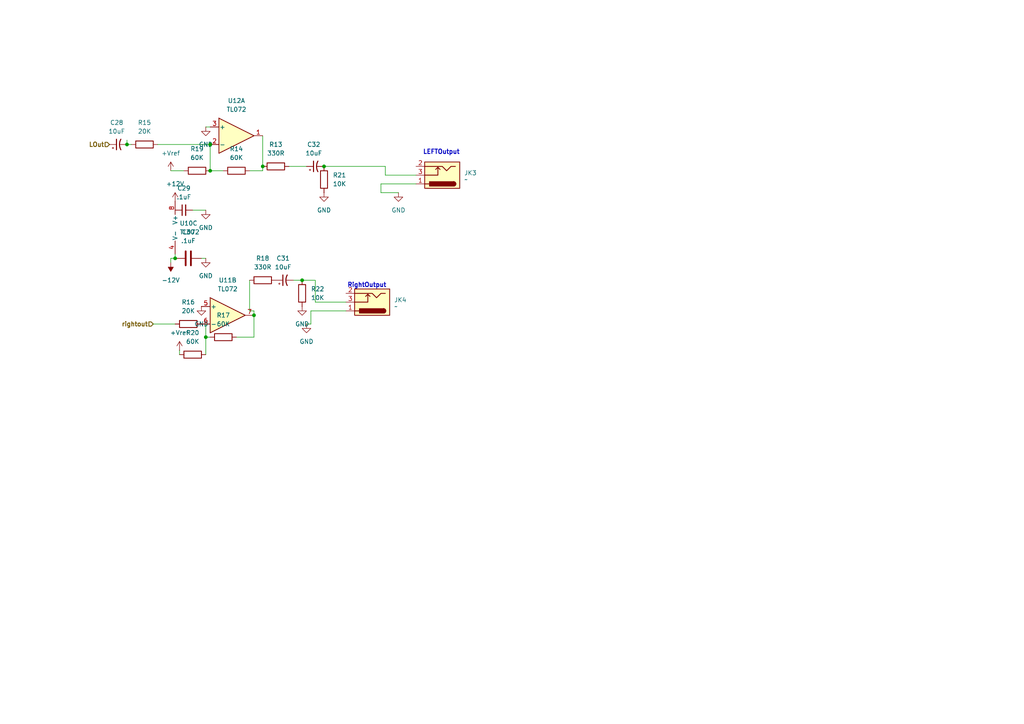
<source format=kicad_sch>
(kicad_sch
	(version 20231120)
	(generator "eeschema")
	(generator_version "8.0")
	(uuid "2c600d02-13f1-442f-8a11-7d7622f1ffe8")
	(paper "A4")
	(lib_symbols
		(symbol "Amplifier_Operational:TL072"
			(pin_names
				(offset 0.127)
			)
			(exclude_from_sim no)
			(in_bom yes)
			(on_board yes)
			(property "Reference" "U"
				(at 0 5.08 0)
				(effects
					(font
						(size 1.27 1.27)
					)
					(justify left)
				)
			)
			(property "Value" "TL072"
				(at 0 -5.08 0)
				(effects
					(font
						(size 1.27 1.27)
					)
					(justify left)
				)
			)
			(property "Footprint" ""
				(at 0 0 0)
				(effects
					(font
						(size 1.27 1.27)
					)
					(hide yes)
				)
			)
			(property "Datasheet" "http://www.ti.com/lit/ds/symlink/tl071.pdf"
				(at 0 0 0)
				(effects
					(font
						(size 1.27 1.27)
					)
					(hide yes)
				)
			)
			(property "Description" "Dual Low-Noise JFET-Input Operational Amplifiers, DIP-8/SOIC-8"
				(at 0 0 0)
				(effects
					(font
						(size 1.27 1.27)
					)
					(hide yes)
				)
			)
			(property "ki_locked" ""
				(at 0 0 0)
				(effects
					(font
						(size 1.27 1.27)
					)
				)
			)
			(property "ki_keywords" "dual opamp"
				(at 0 0 0)
				(effects
					(font
						(size 1.27 1.27)
					)
					(hide yes)
				)
			)
			(property "ki_fp_filters" "SOIC*3.9x4.9mm*P1.27mm* DIP*W7.62mm* TO*99* OnSemi*Micro8* TSSOP*3x3mm*P0.65mm* TSSOP*4.4x3mm*P0.65mm* MSOP*3x3mm*P0.65mm* SSOP*3.9x4.9mm*P0.635mm* LFCSP*2x2mm*P0.5mm* *SIP* SOIC*5.3x6.2mm*P1.27mm*"
				(at 0 0 0)
				(effects
					(font
						(size 1.27 1.27)
					)
					(hide yes)
				)
			)
			(symbol "TL072_1_1"
				(polyline
					(pts
						(xy -5.08 5.08) (xy 5.08 0) (xy -5.08 -5.08) (xy -5.08 5.08)
					)
					(stroke
						(width 0.254)
						(type default)
					)
					(fill
						(type background)
					)
				)
				(pin output line
					(at 7.62 0 180)
					(length 2.54)
					(name "~"
						(effects
							(font
								(size 1.27 1.27)
							)
						)
					)
					(number "1"
						(effects
							(font
								(size 1.27 1.27)
							)
						)
					)
				)
				(pin input line
					(at -7.62 -2.54 0)
					(length 2.54)
					(name "-"
						(effects
							(font
								(size 1.27 1.27)
							)
						)
					)
					(number "2"
						(effects
							(font
								(size 1.27 1.27)
							)
						)
					)
				)
				(pin input line
					(at -7.62 2.54 0)
					(length 2.54)
					(name "+"
						(effects
							(font
								(size 1.27 1.27)
							)
						)
					)
					(number "3"
						(effects
							(font
								(size 1.27 1.27)
							)
						)
					)
				)
			)
			(symbol "TL072_2_1"
				(polyline
					(pts
						(xy -5.08 5.08) (xy 5.08 0) (xy -5.08 -5.08) (xy -5.08 5.08)
					)
					(stroke
						(width 0.254)
						(type default)
					)
					(fill
						(type background)
					)
				)
				(pin input line
					(at -7.62 2.54 0)
					(length 2.54)
					(name "+"
						(effects
							(font
								(size 1.27 1.27)
							)
						)
					)
					(number "5"
						(effects
							(font
								(size 1.27 1.27)
							)
						)
					)
				)
				(pin input line
					(at -7.62 -2.54 0)
					(length 2.54)
					(name "-"
						(effects
							(font
								(size 1.27 1.27)
							)
						)
					)
					(number "6"
						(effects
							(font
								(size 1.27 1.27)
							)
						)
					)
				)
				(pin output line
					(at 7.62 0 180)
					(length 2.54)
					(name "~"
						(effects
							(font
								(size 1.27 1.27)
							)
						)
					)
					(number "7"
						(effects
							(font
								(size 1.27 1.27)
							)
						)
					)
				)
			)
			(symbol "TL072_3_1"
				(pin power_in line
					(at -2.54 -7.62 90)
					(length 3.81)
					(name "V-"
						(effects
							(font
								(size 1.27 1.27)
							)
						)
					)
					(number "4"
						(effects
							(font
								(size 1.27 1.27)
							)
						)
					)
				)
				(pin power_in line
					(at -2.54 7.62 270)
					(length 3.81)
					(name "V+"
						(effects
							(font
								(size 1.27 1.27)
							)
						)
					)
					(number "8"
						(effects
							(font
								(size 1.27 1.27)
							)
						)
					)
				)
			)
		)
		(symbol "Device:C"
			(pin_numbers hide)
			(pin_names
				(offset 0.254)
			)
			(exclude_from_sim no)
			(in_bom yes)
			(on_board yes)
			(property "Reference" "C"
				(at 0.635 2.54 0)
				(effects
					(font
						(size 1.27 1.27)
					)
					(justify left)
				)
			)
			(property "Value" "C"
				(at 0.635 -2.54 0)
				(effects
					(font
						(size 1.27 1.27)
					)
					(justify left)
				)
			)
			(property "Footprint" ""
				(at 0.9652 -3.81 0)
				(effects
					(font
						(size 1.27 1.27)
					)
					(hide yes)
				)
			)
			(property "Datasheet" "~"
				(at 0 0 0)
				(effects
					(font
						(size 1.27 1.27)
					)
					(hide yes)
				)
			)
			(property "Description" "Unpolarized capacitor"
				(at 0 0 0)
				(effects
					(font
						(size 1.27 1.27)
					)
					(hide yes)
				)
			)
			(property "ki_keywords" "cap capacitor"
				(at 0 0 0)
				(effects
					(font
						(size 1.27 1.27)
					)
					(hide yes)
				)
			)
			(property "ki_fp_filters" "C_*"
				(at 0 0 0)
				(effects
					(font
						(size 1.27 1.27)
					)
					(hide yes)
				)
			)
			(symbol "C_0_1"
				(polyline
					(pts
						(xy -2.032 -0.762) (xy 2.032 -0.762)
					)
					(stroke
						(width 0.508)
						(type default)
					)
					(fill
						(type none)
					)
				)
				(polyline
					(pts
						(xy -2.032 0.762) (xy 2.032 0.762)
					)
					(stroke
						(width 0.508)
						(type default)
					)
					(fill
						(type none)
					)
				)
			)
			(symbol "C_1_1"
				(pin passive line
					(at 0 3.81 270)
					(length 2.794)
					(name "~"
						(effects
							(font
								(size 1.27 1.27)
							)
						)
					)
					(number "1"
						(effects
							(font
								(size 1.27 1.27)
							)
						)
					)
				)
				(pin passive line
					(at 0 -3.81 90)
					(length 2.794)
					(name "~"
						(effects
							(font
								(size 1.27 1.27)
							)
						)
					)
					(number "2"
						(effects
							(font
								(size 1.27 1.27)
							)
						)
					)
				)
			)
		)
		(symbol "Device:C_Polarized_Small_US"
			(pin_numbers hide)
			(pin_names
				(offset 0.254) hide)
			(exclude_from_sim no)
			(in_bom yes)
			(on_board yes)
			(property "Reference" "C"
				(at 0.254 1.778 0)
				(effects
					(font
						(size 1.27 1.27)
					)
					(justify left)
				)
			)
			(property "Value" "C_Polarized_Small_US"
				(at 0.254 -2.032 0)
				(effects
					(font
						(size 1.27 1.27)
					)
					(justify left)
				)
			)
			(property "Footprint" ""
				(at 0 0 0)
				(effects
					(font
						(size 1.27 1.27)
					)
					(hide yes)
				)
			)
			(property "Datasheet" "~"
				(at 0 0 0)
				(effects
					(font
						(size 1.27 1.27)
					)
					(hide yes)
				)
			)
			(property "Description" "Polarized capacitor, small US symbol"
				(at 0 0 0)
				(effects
					(font
						(size 1.27 1.27)
					)
					(hide yes)
				)
			)
			(property "ki_keywords" "cap capacitor"
				(at 0 0 0)
				(effects
					(font
						(size 1.27 1.27)
					)
					(hide yes)
				)
			)
			(property "ki_fp_filters" "CP_*"
				(at 0 0 0)
				(effects
					(font
						(size 1.27 1.27)
					)
					(hide yes)
				)
			)
			(symbol "C_Polarized_Small_US_0_1"
				(polyline
					(pts
						(xy -1.524 0.508) (xy 1.524 0.508)
					)
					(stroke
						(width 0.3048)
						(type default)
					)
					(fill
						(type none)
					)
				)
				(polyline
					(pts
						(xy -1.27 1.524) (xy -0.762 1.524)
					)
					(stroke
						(width 0)
						(type default)
					)
					(fill
						(type none)
					)
				)
				(polyline
					(pts
						(xy -1.016 1.27) (xy -1.016 1.778)
					)
					(stroke
						(width 0)
						(type default)
					)
					(fill
						(type none)
					)
				)
				(arc
					(start 1.524 -0.762)
					(mid 0 -0.3734)
					(end -1.524 -0.762)
					(stroke
						(width 0.3048)
						(type default)
					)
					(fill
						(type none)
					)
				)
			)
			(symbol "C_Polarized_Small_US_1_1"
				(pin passive line
					(at 0 2.54 270)
					(length 2.032)
					(name "~"
						(effects
							(font
								(size 1.27 1.27)
							)
						)
					)
					(number "1"
						(effects
							(font
								(size 1.27 1.27)
							)
						)
					)
				)
				(pin passive line
					(at 0 -2.54 90)
					(length 2.032)
					(name "~"
						(effects
							(font
								(size 1.27 1.27)
							)
						)
					)
					(number "2"
						(effects
							(font
								(size 1.27 1.27)
							)
						)
					)
				)
			)
		)
		(symbol "Device:C_Small"
			(pin_numbers hide)
			(pin_names
				(offset 0.254) hide)
			(exclude_from_sim no)
			(in_bom yes)
			(on_board yes)
			(property "Reference" "C"
				(at 0.254 1.778 0)
				(effects
					(font
						(size 1.27 1.27)
					)
					(justify left)
				)
			)
			(property "Value" "C_Small"
				(at 0.254 -2.032 0)
				(effects
					(font
						(size 1.27 1.27)
					)
					(justify left)
				)
			)
			(property "Footprint" ""
				(at 0 0 0)
				(effects
					(font
						(size 1.27 1.27)
					)
					(hide yes)
				)
			)
			(property "Datasheet" "~"
				(at 0 0 0)
				(effects
					(font
						(size 1.27 1.27)
					)
					(hide yes)
				)
			)
			(property "Description" "Unpolarized capacitor, small symbol"
				(at 0 0 0)
				(effects
					(font
						(size 1.27 1.27)
					)
					(hide yes)
				)
			)
			(property "ki_keywords" "capacitor cap"
				(at 0 0 0)
				(effects
					(font
						(size 1.27 1.27)
					)
					(hide yes)
				)
			)
			(property "ki_fp_filters" "C_*"
				(at 0 0 0)
				(effects
					(font
						(size 1.27 1.27)
					)
					(hide yes)
				)
			)
			(symbol "C_Small_0_1"
				(polyline
					(pts
						(xy -1.524 -0.508) (xy 1.524 -0.508)
					)
					(stroke
						(width 0.3302)
						(type default)
					)
					(fill
						(type none)
					)
				)
				(polyline
					(pts
						(xy -1.524 0.508) (xy 1.524 0.508)
					)
					(stroke
						(width 0.3048)
						(type default)
					)
					(fill
						(type none)
					)
				)
			)
			(symbol "C_Small_1_1"
				(pin passive line
					(at 0 2.54 270)
					(length 2.032)
					(name "~"
						(effects
							(font
								(size 1.27 1.27)
							)
						)
					)
					(number "1"
						(effects
							(font
								(size 1.27 1.27)
							)
						)
					)
				)
				(pin passive line
					(at 0 -2.54 90)
					(length 2.032)
					(name "~"
						(effects
							(font
								(size 1.27 1.27)
							)
						)
					)
					(number "2"
						(effects
							(font
								(size 1.27 1.27)
							)
						)
					)
				)
			)
		)
		(symbol "Device:R"
			(pin_numbers hide)
			(pin_names
				(offset 0)
			)
			(exclude_from_sim no)
			(in_bom yes)
			(on_board yes)
			(property "Reference" "R"
				(at 2.032 0 90)
				(effects
					(font
						(size 1.27 1.27)
					)
				)
			)
			(property "Value" "R"
				(at 0 0 90)
				(effects
					(font
						(size 1.27 1.27)
					)
				)
			)
			(property "Footprint" ""
				(at -1.778 0 90)
				(effects
					(font
						(size 1.27 1.27)
					)
					(hide yes)
				)
			)
			(property "Datasheet" "~"
				(at 0 0 0)
				(effects
					(font
						(size 1.27 1.27)
					)
					(hide yes)
				)
			)
			(property "Description" "Resistor"
				(at 0 0 0)
				(effects
					(font
						(size 1.27 1.27)
					)
					(hide yes)
				)
			)
			(property "ki_keywords" "R res resistor"
				(at 0 0 0)
				(effects
					(font
						(size 1.27 1.27)
					)
					(hide yes)
				)
			)
			(property "ki_fp_filters" "R_*"
				(at 0 0 0)
				(effects
					(font
						(size 1.27 1.27)
					)
					(hide yes)
				)
			)
			(symbol "R_0_1"
				(rectangle
					(start -1.016 -2.54)
					(end 1.016 2.54)
					(stroke
						(width 0.254)
						(type default)
					)
					(fill
						(type none)
					)
				)
			)
			(symbol "R_1_1"
				(pin passive line
					(at 0 3.81 270)
					(length 1.27)
					(name "~"
						(effects
							(font
								(size 1.27 1.27)
							)
						)
					)
					(number "1"
						(effects
							(font
								(size 1.27 1.27)
							)
						)
					)
				)
				(pin passive line
					(at 0 -3.81 90)
					(length 1.27)
					(name "~"
						(effects
							(font
								(size 1.27 1.27)
							)
						)
					)
					(number "2"
						(effects
							(font
								(size 1.27 1.27)
							)
						)
					)
				)
			)
		)
		(symbol "esp32lib:LJE0352"
			(exclude_from_sim no)
			(in_bom yes)
			(on_board yes)
			(property "Reference" "JK"
				(at 0 0 0)
				(effects
					(font
						(size 1.27 1.27)
					)
				)
			)
			(property "Value" ""
				(at 0 0 0)
				(effects
					(font
						(size 1.27 1.27)
					)
				)
			)
			(property "Footprint" "customfootprints:LJE0352"
				(at 0 0 0)
				(effects
					(font
						(size 1.27 1.27)
					)
					(hide yes)
				)
			)
			(property "Datasheet" ""
				(at 0 0 0)
				(effects
					(font
						(size 1.27 1.27)
					)
					(hide yes)
				)
			)
			(property "Description" ""
				(at 0 0 0)
				(effects
					(font
						(size 1.27 1.27)
					)
					(hide yes)
				)
			)
			(symbol "LJE0352_0_1"
				(rectangle
					(start -12.7 6.35)
					(end -2.54 -1.27)
					(stroke
						(width 0.254)
						(type default)
					)
					(fill
						(type background)
					)
				)
				(arc
					(start -10.922 5.715)
					(mid -11.5543 5.08)
					(end -10.922 4.445)
					(stroke
						(width 0.254)
						(type default)
					)
					(fill
						(type none)
					)
				)
				(arc
					(start -10.922 5.715)
					(mid -11.5543 5.08)
					(end -10.922 4.445)
					(stroke
						(width 0.254)
						(type default)
					)
					(fill
						(type outline)
					)
				)
				(rectangle
					(start -3.937 5.715)
					(end -10.922 4.445)
					(stroke
						(width 0.254)
						(type default)
					)
					(fill
						(type outline)
					)
				)
				(polyline
					(pts
						(xy -6.35 0.254) (xy -5.715 0.889)
					)
					(stroke
						(width 0.254)
						(type default)
					)
					(fill
						(type none)
					)
				)
				(polyline
					(pts
						(xy -2.54 5.08) (xy -3.81 5.08)
					)
					(stroke
						(width 0.254)
						(type default)
					)
					(fill
						(type none)
					)
				)
				(polyline
					(pts
						(xy -2.54 2.54) (xy -6.35 2.54) (xy -6.35 0.254) (xy -6.985 0.889)
					)
					(stroke
						(width 0.254)
						(type default)
					)
					(fill
						(type none)
					)
				)
				(polyline
					(pts
						(xy -11.43 0) (xy -10.16 0) (xy -8.89 1.27) (xy -7.62 0) (xy -5.08 0) (xy -2.54 0)
					)
					(stroke
						(width 0.254)
						(type default)
					)
					(fill
						(type none)
					)
				)
			)
			(symbol "LJE0352_1_1"
				(pin passive line
					(at 0 5.08 180)
					(length 2.54)
					(name "~"
						(effects
							(font
								(size 1.27 1.27)
							)
						)
					)
					(number "1"
						(effects
							(font
								(size 1.27 1.27)
							)
						)
					)
				)
				(pin passive line
					(at 0 0 180)
					(length 2.54)
					(name "~"
						(effects
							(font
								(size 1.27 1.27)
							)
						)
					)
					(number "2"
						(effects
							(font
								(size 1.27 1.27)
							)
						)
					)
				)
				(pin passive line
					(at 0 2.54 180)
					(length 2.54)
					(name "~"
						(effects
							(font
								(size 1.27 1.27)
							)
						)
					)
					(number "3"
						(effects
							(font
								(size 1.27 1.27)
							)
						)
					)
				)
			)
		)
		(symbol "power:+10V"
			(power)
			(pin_numbers hide)
			(pin_names
				(offset 0) hide)
			(exclude_from_sim no)
			(in_bom yes)
			(on_board yes)
			(property "Reference" "#PWR"
				(at 0 -3.81 0)
				(effects
					(font
						(size 1.27 1.27)
					)
					(hide yes)
				)
			)
			(property "Value" "+10V"
				(at 0 3.556 0)
				(effects
					(font
						(size 1.27 1.27)
					)
				)
			)
			(property "Footprint" ""
				(at 0 0 0)
				(effects
					(font
						(size 1.27 1.27)
					)
					(hide yes)
				)
			)
			(property "Datasheet" ""
				(at 0 0 0)
				(effects
					(font
						(size 1.27 1.27)
					)
					(hide yes)
				)
			)
			(property "Description" "Power symbol creates a global label with name \"+10V\""
				(at 0 0 0)
				(effects
					(font
						(size 1.27 1.27)
					)
					(hide yes)
				)
			)
			(property "ki_keywords" "global power"
				(at 0 0 0)
				(effects
					(font
						(size 1.27 1.27)
					)
					(hide yes)
				)
			)
			(symbol "+10V_0_1"
				(polyline
					(pts
						(xy -0.762 1.27) (xy 0 2.54)
					)
					(stroke
						(width 0)
						(type default)
					)
					(fill
						(type none)
					)
				)
				(polyline
					(pts
						(xy 0 0) (xy 0 2.54)
					)
					(stroke
						(width 0)
						(type default)
					)
					(fill
						(type none)
					)
				)
				(polyline
					(pts
						(xy 0 2.54) (xy 0.762 1.27)
					)
					(stroke
						(width 0)
						(type default)
					)
					(fill
						(type none)
					)
				)
			)
			(symbol "+10V_1_1"
				(pin power_in line
					(at 0 0 90)
					(length 0)
					(name "~"
						(effects
							(font
								(size 1.27 1.27)
							)
						)
					)
					(number "1"
						(effects
							(font
								(size 1.27 1.27)
							)
						)
					)
				)
			)
		)
		(symbol "power:+12V"
			(power)
			(pin_numbers hide)
			(pin_names
				(offset 0) hide)
			(exclude_from_sim no)
			(in_bom yes)
			(on_board yes)
			(property "Reference" "#PWR"
				(at 0 -3.81 0)
				(effects
					(font
						(size 1.27 1.27)
					)
					(hide yes)
				)
			)
			(property "Value" "+12V"
				(at 0 3.556 0)
				(effects
					(font
						(size 1.27 1.27)
					)
				)
			)
			(property "Footprint" ""
				(at 0 0 0)
				(effects
					(font
						(size 1.27 1.27)
					)
					(hide yes)
				)
			)
			(property "Datasheet" ""
				(at 0 0 0)
				(effects
					(font
						(size 1.27 1.27)
					)
					(hide yes)
				)
			)
			(property "Description" "Power symbol creates a global label with name \"+12V\""
				(at 0 0 0)
				(effects
					(font
						(size 1.27 1.27)
					)
					(hide yes)
				)
			)
			(property "ki_keywords" "global power"
				(at 0 0 0)
				(effects
					(font
						(size 1.27 1.27)
					)
					(hide yes)
				)
			)
			(symbol "+12V_0_1"
				(polyline
					(pts
						(xy -0.762 1.27) (xy 0 2.54)
					)
					(stroke
						(width 0)
						(type default)
					)
					(fill
						(type none)
					)
				)
				(polyline
					(pts
						(xy 0 0) (xy 0 2.54)
					)
					(stroke
						(width 0)
						(type default)
					)
					(fill
						(type none)
					)
				)
				(polyline
					(pts
						(xy 0 2.54) (xy 0.762 1.27)
					)
					(stroke
						(width 0)
						(type default)
					)
					(fill
						(type none)
					)
				)
			)
			(symbol "+12V_1_1"
				(pin power_in line
					(at 0 0 90)
					(length 0)
					(name "~"
						(effects
							(font
								(size 1.27 1.27)
							)
						)
					)
					(number "1"
						(effects
							(font
								(size 1.27 1.27)
							)
						)
					)
				)
			)
		)
		(symbol "power:-12V"
			(power)
			(pin_numbers hide)
			(pin_names
				(offset 0) hide)
			(exclude_from_sim no)
			(in_bom yes)
			(on_board yes)
			(property "Reference" "#PWR"
				(at 0 -3.81 0)
				(effects
					(font
						(size 1.27 1.27)
					)
					(hide yes)
				)
			)
			(property "Value" "-12V"
				(at 0 3.556 0)
				(effects
					(font
						(size 1.27 1.27)
					)
				)
			)
			(property "Footprint" ""
				(at 0 0 0)
				(effects
					(font
						(size 1.27 1.27)
					)
					(hide yes)
				)
			)
			(property "Datasheet" ""
				(at 0 0 0)
				(effects
					(font
						(size 1.27 1.27)
					)
					(hide yes)
				)
			)
			(property "Description" "Power symbol creates a global label with name \"-12V\""
				(at 0 0 0)
				(effects
					(font
						(size 1.27 1.27)
					)
					(hide yes)
				)
			)
			(property "ki_keywords" "global power"
				(at 0 0 0)
				(effects
					(font
						(size 1.27 1.27)
					)
					(hide yes)
				)
			)
			(symbol "-12V_0_0"
				(pin power_in line
					(at 0 0 90)
					(length 0)
					(name "~"
						(effects
							(font
								(size 1.27 1.27)
							)
						)
					)
					(number "1"
						(effects
							(font
								(size 1.27 1.27)
							)
						)
					)
				)
			)
			(symbol "-12V_0_1"
				(polyline
					(pts
						(xy 0 0) (xy 0 1.27) (xy 0.762 1.27) (xy 0 2.54) (xy -0.762 1.27) (xy 0 1.27)
					)
					(stroke
						(width 0)
						(type default)
					)
					(fill
						(type outline)
					)
				)
			)
		)
		(symbol "power:GND"
			(power)
			(pin_numbers hide)
			(pin_names
				(offset 0) hide)
			(exclude_from_sim no)
			(in_bom yes)
			(on_board yes)
			(property "Reference" "#PWR"
				(at 0 -6.35 0)
				(effects
					(font
						(size 1.27 1.27)
					)
					(hide yes)
				)
			)
			(property "Value" "GND"
				(at 0 -3.81 0)
				(effects
					(font
						(size 1.27 1.27)
					)
				)
			)
			(property "Footprint" ""
				(at 0 0 0)
				(effects
					(font
						(size 1.27 1.27)
					)
					(hide yes)
				)
			)
			(property "Datasheet" ""
				(at 0 0 0)
				(effects
					(font
						(size 1.27 1.27)
					)
					(hide yes)
				)
			)
			(property "Description" "Power symbol creates a global label with name \"GND\" , ground"
				(at 0 0 0)
				(effects
					(font
						(size 1.27 1.27)
					)
					(hide yes)
				)
			)
			(property "ki_keywords" "global power"
				(at 0 0 0)
				(effects
					(font
						(size 1.27 1.27)
					)
					(hide yes)
				)
			)
			(symbol "GND_0_1"
				(polyline
					(pts
						(xy 0 0) (xy 0 -1.27) (xy 1.27 -1.27) (xy 0 -2.54) (xy -1.27 -1.27) (xy 0 -1.27)
					)
					(stroke
						(width 0)
						(type default)
					)
					(fill
						(type none)
					)
				)
			)
			(symbol "GND_1_1"
				(pin power_in line
					(at 0 0 270)
					(length 0)
					(name "~"
						(effects
							(font
								(size 1.27 1.27)
							)
						)
					)
					(number "1"
						(effects
							(font
								(size 1.27 1.27)
							)
						)
					)
				)
			)
		)
	)
	(junction
		(at 73.66 91.44)
		(diameter 0)
		(color 0 0 0 0)
		(uuid "19359a2a-ebbf-4fc5-b723-9bcb27c1d2d2")
	)
	(junction
		(at 93.98 48.26)
		(diameter 0)
		(color 0 0 0 0)
		(uuid "23dbe3ca-41f0-4ba4-bf96-1084ffd126e7")
	)
	(junction
		(at 87.63 81.28)
		(diameter 0)
		(color 0 0 0 0)
		(uuid "23dcdb3e-1e65-4e7d-8cc4-ceed25c68875")
	)
	(junction
		(at 76.2 48.26)
		(diameter 0)
		(color 0 0 0 0)
		(uuid "5c59d4ac-af0b-4a27-b3bb-422a0acb50b1")
	)
	(junction
		(at 36.83 41.91)
		(diameter 0)
		(color 0 0 0 0)
		(uuid "641bc128-018b-4952-9a61-f5497d8f445b")
	)
	(junction
		(at 59.69 97.79)
		(diameter 0)
		(color 0 0 0 0)
		(uuid "7db13769-5f32-42fc-894c-50a6c8f20469")
	)
	(junction
		(at 60.96 41.91)
		(diameter 0)
		(color 0 0 0 0)
		(uuid "9455f957-3fde-4f80-ab9c-f20867b7aa9c")
	)
	(junction
		(at 50.8 74.93)
		(diameter 0)
		(color 0 0 0 0)
		(uuid "ab006961-2c53-40e0-bd49-fda831d73013")
	)
	(junction
		(at 60.96 49.53)
		(diameter 0)
		(color 0 0 0 0)
		(uuid "dc9e2eb0-5428-482c-8132-68df5b5b865e")
	)
	(wire
		(pts
			(xy 64.77 49.53) (xy 60.96 49.53)
		)
		(stroke
			(width 0)
			(type default)
		)
		(uuid "00ac23b1-efc3-45e3-beb8-7757df447fa1")
	)
	(wire
		(pts
			(xy 76.2 39.37) (xy 76.2 48.26)
		)
		(stroke
			(width 0)
			(type default)
		)
		(uuid "0759b6d8-67ea-455d-9f41-f9172b49deb3")
	)
	(wire
		(pts
			(xy 120.65 50.8) (xy 111.76 50.8)
		)
		(stroke
			(width 0)
			(type default)
		)
		(uuid "07b330fc-3757-4e64-8391-f4840b65e0bb")
	)
	(wire
		(pts
			(xy 60.96 97.79) (xy 59.69 97.79)
		)
		(stroke
			(width 0)
			(type default)
		)
		(uuid "1ff5054a-9b71-4705-85e1-add51d6c18ac")
	)
	(wire
		(pts
			(xy 49.53 76.2) (xy 49.53 74.93)
		)
		(stroke
			(width 0)
			(type default)
		)
		(uuid "203e6a3a-b717-4274-8481-ef8848e4194f")
	)
	(wire
		(pts
			(xy 90.17 90.17) (xy 100.33 90.17)
		)
		(stroke
			(width 0)
			(type default)
		)
		(uuid "300e3853-a0e6-47bd-88ab-7c1106310d97")
	)
	(wire
		(pts
			(xy 91.44 81.28) (xy 87.63 81.28)
		)
		(stroke
			(width 0)
			(type default)
		)
		(uuid "328f2eeb-bcc7-467a-9c6f-1cf6ce7658a0")
	)
	(wire
		(pts
			(xy 49.53 74.93) (xy 50.8 74.93)
		)
		(stroke
			(width 0)
			(type default)
		)
		(uuid "3341a449-bfea-4b94-9e4e-658ff8d82985")
	)
	(wire
		(pts
			(xy 52.07 102.87) (xy 52.07 101.6)
		)
		(stroke
			(width 0)
			(type default)
		)
		(uuid "398d0400-03f7-4bbb-b1ee-8673f77e9120")
	)
	(wire
		(pts
			(xy 100.33 87.63) (xy 91.44 87.63)
		)
		(stroke
			(width 0)
			(type default)
		)
		(uuid "4154a1eb-dcef-4695-889e-781d7db8859a")
	)
	(wire
		(pts
			(xy 44.45 93.98) (xy 50.8 93.98)
		)
		(stroke
			(width 0)
			(type default)
		)
		(uuid "4424d62d-2790-4c1d-9988-e36a10e0939c")
	)
	(wire
		(pts
			(xy 72.39 49.53) (xy 76.2 49.53)
		)
		(stroke
			(width 0)
			(type default)
		)
		(uuid "44666225-3d43-4e0a-b868-24ff83e06b30")
	)
	(wire
		(pts
			(xy 90.17 93.98) (xy 88.9 93.98)
		)
		(stroke
			(width 0)
			(type default)
		)
		(uuid "4c73ddd5-4142-4137-9009-f38a0315aedf")
	)
	(wire
		(pts
			(xy 68.58 97.79) (xy 73.66 97.79)
		)
		(stroke
			(width 0)
			(type default)
		)
		(uuid "57083b77-5bc5-4926-9639-25abf2a15587")
	)
	(wire
		(pts
			(xy 45.72 41.91) (xy 60.96 41.91)
		)
		(stroke
			(width 0)
			(type default)
		)
		(uuid "5f7abbc2-e74c-4db9-8905-58496fd6cc4b")
	)
	(wire
		(pts
			(xy 76.2 48.26) (xy 76.2 49.53)
		)
		(stroke
			(width 0)
			(type default)
		)
		(uuid "6027a13c-79f9-40d1-b006-d258081690d6")
	)
	(wire
		(pts
			(xy 72.39 81.28) (xy 72.39 90.17)
		)
		(stroke
			(width 0)
			(type default)
		)
		(uuid "6200c9e6-efeb-4807-944b-24f87a1bf868")
	)
	(wire
		(pts
			(xy 88.9 48.26) (xy 83.82 48.26)
		)
		(stroke
			(width 0)
			(type default)
		)
		(uuid "64b5aa60-2444-4181-81f1-f8ae4024fd16")
	)
	(wire
		(pts
			(xy 59.69 74.93) (xy 58.42 74.93)
		)
		(stroke
			(width 0)
			(type default)
		)
		(uuid "6b130206-8aca-4652-a823-ebb1369a39b6")
	)
	(wire
		(pts
			(xy 110.49 53.34) (xy 120.65 53.34)
		)
		(stroke
			(width 0)
			(type default)
		)
		(uuid "7edd90a5-bd38-433a-8978-e3f23c8dfe20")
	)
	(wire
		(pts
			(xy 73.66 91.44) (xy 73.66 97.79)
		)
		(stroke
			(width 0)
			(type default)
		)
		(uuid "81a16cf1-ddf0-496e-8ea4-d71a2dc2f5ba")
	)
	(wire
		(pts
			(xy 110.49 55.88) (xy 115.57 55.88)
		)
		(stroke
			(width 0)
			(type default)
		)
		(uuid "86b61403-3b14-4fab-8785-7043ea78b411")
	)
	(wire
		(pts
			(xy 90.17 90.17) (xy 90.17 93.98)
		)
		(stroke
			(width 0)
			(type default)
		)
		(uuid "895d4cc5-42a9-47cf-92cf-1de1c5c294d8")
	)
	(wire
		(pts
			(xy 111.76 48.26) (xy 93.98 48.26)
		)
		(stroke
			(width 0)
			(type default)
		)
		(uuid "8b7182c7-ce16-48e7-ace8-3c9e170bbc92")
	)
	(wire
		(pts
			(xy 87.63 81.28) (xy 85.09 81.28)
		)
		(stroke
			(width 0)
			(type default)
		)
		(uuid "8e72aff7-9002-434c-bfe6-cfed344336d6")
	)
	(wire
		(pts
			(xy 59.69 60.96) (xy 55.88 60.96)
		)
		(stroke
			(width 0)
			(type default)
		)
		(uuid "9960d92c-3d4a-4db4-8da1-f6df9a323c42")
	)
	(wire
		(pts
			(xy 59.69 93.98) (xy 59.69 97.79)
		)
		(stroke
			(width 0)
			(type default)
		)
		(uuid "9be60f39-b056-4e80-8ef1-69bf1d19f3e3")
	)
	(wire
		(pts
			(xy 50.8 74.93) (xy 50.8 73.66)
		)
		(stroke
			(width 0)
			(type default)
		)
		(uuid "aa489176-fe69-4531-ae01-93a6cf27c45d")
	)
	(wire
		(pts
			(xy 36.83 41.91) (xy 38.1 41.91)
		)
		(stroke
			(width 0)
			(type default)
		)
		(uuid "bec6501c-bf38-4b16-b624-6caf5725d27e")
	)
	(wire
		(pts
			(xy 49.53 49.53) (xy 53.34 49.53)
		)
		(stroke
			(width 0)
			(type default)
		)
		(uuid "bfa4f793-58be-4268-8d6c-655151325872")
	)
	(wire
		(pts
			(xy 59.69 36.83) (xy 60.96 36.83)
		)
		(stroke
			(width 0)
			(type default)
		)
		(uuid "cde36a9a-522b-4cbe-89a2-dcd465019a64")
	)
	(wire
		(pts
			(xy 59.69 97.79) (xy 59.69 102.87)
		)
		(stroke
			(width 0)
			(type default)
		)
		(uuid "d04723ec-e2bc-47dc-a88d-ae4fcd0df48b")
	)
	(wire
		(pts
			(xy 91.44 81.28) (xy 91.44 87.63)
		)
		(stroke
			(width 0)
			(type default)
		)
		(uuid "d106950e-369e-43d5-9b84-74adac262add")
	)
	(wire
		(pts
			(xy 60.96 49.53) (xy 60.96 41.91)
		)
		(stroke
			(width 0)
			(type default)
		)
		(uuid "d243e4f6-f3ba-4dc7-96b0-23ff286f166b")
	)
	(wire
		(pts
			(xy 72.39 90.17) (xy 73.66 90.17)
		)
		(stroke
			(width 0)
			(type default)
		)
		(uuid "da8ffba2-1f7f-4cd1-bb8c-d883ec34a16c")
	)
	(wire
		(pts
			(xy 73.66 90.17) (xy 73.66 91.44)
		)
		(stroke
			(width 0)
			(type default)
		)
		(uuid "e0050eb5-9b3f-42e4-97a2-06d7b8985b91")
	)
	(wire
		(pts
			(xy 111.76 50.8) (xy 111.76 48.26)
		)
		(stroke
			(width 0)
			(type default)
		)
		(uuid "e74f1907-9a13-44e4-afb8-bf4bb52343b5")
	)
	(wire
		(pts
			(xy 110.49 55.88) (xy 110.49 53.34)
		)
		(stroke
			(width 0)
			(type default)
		)
		(uuid "eb7a0780-4b54-4e99-a29c-77147e7686bb")
	)
	(wire
		(pts
			(xy 36.83 41.91) (xy 36.83 40.64)
		)
		(stroke
			(width 0)
			(type default)
		)
		(uuid "fb465640-b96b-4804-af46-a55e2cf73a9a")
	)
	(text "LEFTOutput"
		(exclude_from_sim no)
		(at 128.016 44.196 0)
		(effects
			(font
				(size 1.27 1.27)
				(thickness 0.254)
				(bold yes)
			)
		)
		(uuid "5a11f92c-efc3-4938-bb57-40971c485e88")
	)
	(text "RightOutput\n"
		(exclude_from_sim no)
		(at 106.426 82.804 0)
		(effects
			(font
				(size 1.27 1.27)
				(thickness 0.254)
				(bold yes)
			)
		)
		(uuid "f8e4f527-cd01-42fe-9af7-31ddf591d0df")
	)
	(hierarchical_label "rightout"
		(shape input)
		(at 44.45 93.98 180)
		(effects
			(font
				(size 1.27 1.27)
				(thickness 0.254)
				(bold yes)
			)
			(justify right)
		)
		(uuid "35bfc47a-3a60-4f07-bdc1-0607454e95aa")
	)
	(hierarchical_label "LOut"
		(shape input)
		(at 31.75 41.91 180)
		(effects
			(font
				(size 1.27 1.27)
				(thickness 0.254)
				(bold yes)
			)
			(justify right)
		)
		(uuid "fbf5759c-af39-4808-808e-fc9efeb1aa3b")
	)
	(symbol
		(lib_id "Device:C_Polarized_Small_US")
		(at 34.29 41.91 90)
		(unit 1)
		(exclude_from_sim no)
		(in_bom yes)
		(on_board yes)
		(dnp no)
		(fields_autoplaced yes)
		(uuid "2d8a20fc-635a-4438-9d91-d1d44a696f4c")
		(property "Reference" "C28"
			(at 33.8582 35.56 90)
			(effects
				(font
					(size 1.27 1.27)
				)
			)
		)
		(property "Value" "10uF"
			(at 33.8582 38.1 90)
			(effects
				(font
					(size 1.27 1.27)
				)
			)
		)
		(property "Footprint" "Capacitor_SMD:CP_Elec_3x5.3"
			(at 34.29 41.91 0)
			(effects
				(font
					(size 1.27 1.27)
				)
				(hide yes)
			)
		)
		(property "Datasheet" "~"
			(at 34.29 41.91 0)
			(effects
				(font
					(size 1.27 1.27)
				)
				(hide yes)
			)
		)
		(property "Description" "Polarized capacitor, small US symbol"
			(at 34.29 41.91 0)
			(effects
				(font
					(size 1.27 1.27)
				)
				(hide yes)
			)
		)
		(pin "2"
			(uuid "83ad9d91-9d41-4f34-8e76-e54e31aa59ba")
		)
		(pin "1"
			(uuid "c179379c-0f5d-4c07-8bbc-6879d87b76cc")
		)
		(instances
			(project ""
				(path "/c4754426-a41b-4341-9d09-2e389619f3d6/32d637b3-b81c-4082-b7fa-739e0cc157fd/6bb6bc09-ace8-4731-969a-a17c7056fbc0"
					(reference "C28")
					(unit 1)
				)
			)
		)
	)
	(symbol
		(lib_id "Device:R")
		(at 57.15 49.53 90)
		(unit 1)
		(exclude_from_sim no)
		(in_bom yes)
		(on_board yes)
		(dnp no)
		(fields_autoplaced yes)
		(uuid "2f1d2e31-0bba-44fb-a255-253691117fbb")
		(property "Reference" "R19"
			(at 57.15 43.18 90)
			(effects
				(font
					(size 1.27 1.27)
				)
			)
		)
		(property "Value" "60K"
			(at 57.15 45.72 90)
			(effects
				(font
					(size 1.27 1.27)
				)
			)
		)
		(property "Footprint" ""
			(at 57.15 51.308 90)
			(effects
				(font
					(size 1.27 1.27)
				)
				(hide yes)
			)
		)
		(property "Datasheet" "~"
			(at 57.15 49.53 0)
			(effects
				(font
					(size 1.27 1.27)
				)
				(hide yes)
			)
		)
		(property "Description" "Resistor"
			(at 57.15 49.53 0)
			(effects
				(font
					(size 1.27 1.27)
				)
				(hide yes)
			)
		)
		(pin "1"
			(uuid "0f19fe42-7af0-4668-9936-1e2686ba1425")
		)
		(pin "2"
			(uuid "37c5caed-74e8-4fcf-8dfd-45885193fde9")
		)
		(instances
			(project "esp32"
				(path "/c4754426-a41b-4341-9d09-2e389619f3d6/32d637b3-b81c-4082-b7fa-739e0cc157fd/6bb6bc09-ace8-4731-969a-a17c7056fbc0"
					(reference "R19")
					(unit 1)
				)
			)
		)
	)
	(symbol
		(lib_id "Device:R")
		(at 80.01 48.26 90)
		(unit 1)
		(exclude_from_sim no)
		(in_bom yes)
		(on_board yes)
		(dnp no)
		(fields_autoplaced yes)
		(uuid "30dd162f-3e3f-4d6f-b39e-6d19ffd991a2")
		(property "Reference" "R13"
			(at 80.01 41.91 90)
			(effects
				(font
					(size 1.27 1.27)
				)
			)
		)
		(property "Value" "330R"
			(at 80.01 44.45 90)
			(effects
				(font
					(size 1.27 1.27)
				)
			)
		)
		(property "Footprint" "Resistor_SMD:R_0201_0603Metric"
			(at 80.01 50.038 90)
			(effects
				(font
					(size 1.27 1.27)
				)
				(hide yes)
			)
		)
		(property "Datasheet" "~"
			(at 80.01 48.26 0)
			(effects
				(font
					(size 1.27 1.27)
				)
				(hide yes)
			)
		)
		(property "Description" "Resistor"
			(at 80.01 48.26 0)
			(effects
				(font
					(size 1.27 1.27)
				)
				(hide yes)
			)
		)
		(pin "1"
			(uuid "cd16866a-7d29-41c7-be65-6ecdfa608cfd")
		)
		(pin "2"
			(uuid "2fef2581-4814-40d4-b2bb-4c5cc2e5a061")
		)
		(instances
			(project ""
				(path "/c4754426-a41b-4341-9d09-2e389619f3d6/32d637b3-b81c-4082-b7fa-739e0cc157fd/6bb6bc09-ace8-4731-969a-a17c7056fbc0"
					(reference "R13")
					(unit 1)
				)
			)
		)
	)
	(symbol
		(lib_id "esp32lib:LJE0352")
		(at 100.33 85.09 180)
		(unit 1)
		(exclude_from_sim no)
		(in_bom yes)
		(on_board yes)
		(dnp no)
		(fields_autoplaced yes)
		(uuid "32d9863a-2b0b-4ee6-8f55-18ea4d2df761")
		(property "Reference" "JK4"
			(at 114.3 86.9949 0)
			(effects
				(font
					(size 1.27 1.27)
				)
				(justify right)
			)
		)
		(property "Value" "~"
			(at 114.3 88.9 0)
			(effects
				(font
					(size 1.27 1.27)
				)
				(justify right)
			)
		)
		(property "Footprint" "customfootprints:LJE0352"
			(at 100.33 85.09 0)
			(effects
				(font
					(size 1.27 1.27)
				)
				(hide yes)
			)
		)
		(property "Datasheet" ""
			(at 100.33 85.09 0)
			(effects
				(font
					(size 1.27 1.27)
				)
				(hide yes)
			)
		)
		(property "Description" ""
			(at 100.33 85.09 0)
			(effects
				(font
					(size 1.27 1.27)
				)
				(hide yes)
			)
		)
		(pin "2"
			(uuid "1dfd3d28-b730-48c4-9b63-00a8ea8cba29")
		)
		(pin "1"
			(uuid "08bac9f6-cba2-4bb1-b4a5-126b92fa396c")
		)
		(pin "3"
			(uuid "6622f5b9-9ff3-441b-9d19-0a283cda2541")
		)
		(instances
			(project "esp32"
				(path "/c4754426-a41b-4341-9d09-2e389619f3d6/32d637b3-b81c-4082-b7fa-739e0cc157fd/6bb6bc09-ace8-4731-969a-a17c7056fbc0"
					(reference "JK4")
					(unit 1)
				)
			)
		)
	)
	(symbol
		(lib_id "power:+10V")
		(at 52.07 101.6 0)
		(unit 1)
		(exclude_from_sim no)
		(in_bom yes)
		(on_board yes)
		(dnp no)
		(fields_autoplaced yes)
		(uuid "3637dc0b-888a-47b9-8b19-4c6fef5a75e6")
		(property "Reference" "#PWR72"
			(at 52.07 105.41 0)
			(effects
				(font
					(size 1.27 1.27)
				)
				(hide yes)
			)
		)
		(property "Value" "+Vref"
			(at 52.07 96.52 0)
			(effects
				(font
					(size 1.27 1.27)
				)
			)
		)
		(property "Footprint" ""
			(at 52.07 101.6 0)
			(effects
				(font
					(size 1.27 1.27)
				)
				(hide yes)
			)
		)
		(property "Datasheet" ""
			(at 52.07 101.6 0)
			(effects
				(font
					(size 1.27 1.27)
				)
				(hide yes)
			)
		)
		(property "Description" "Power symbol creates a global label with name \"+10V\""
			(at 52.07 101.6 0)
			(effects
				(font
					(size 1.27 1.27)
				)
				(hide yes)
			)
		)
		(pin "1"
			(uuid "a99c2fa1-f181-4479-9290-656aff602ead")
		)
		(instances
			(project ""
				(path "/c4754426-a41b-4341-9d09-2e389619f3d6/32d637b3-b81c-4082-b7fa-739e0cc157fd/6bb6bc09-ace8-4731-969a-a17c7056fbc0"
					(reference "#PWR72")
					(unit 1)
				)
			)
		)
	)
	(symbol
		(lib_id "Device:C")
		(at 54.61 74.93 90)
		(unit 1)
		(exclude_from_sim no)
		(in_bom yes)
		(on_board yes)
		(dnp no)
		(fields_autoplaced yes)
		(uuid "4c73c563-9e9c-44ce-bdee-d919ae62a133")
		(property "Reference" "C30"
			(at 54.61 67.31 90)
			(effects
				(font
					(size 1.27 1.27)
				)
			)
		)
		(property "Value" ".1uF"
			(at 54.61 69.85 90)
			(effects
				(font
					(size 1.27 1.27)
				)
			)
		)
		(property "Footprint" ""
			(at 58.42 73.9648 0)
			(effects
				(font
					(size 1.27 1.27)
				)
				(hide yes)
			)
		)
		(property "Datasheet" "~"
			(at 54.61 74.93 0)
			(effects
				(font
					(size 1.27 1.27)
				)
				(hide yes)
			)
		)
		(property "Description" "Unpolarized capacitor"
			(at 54.61 74.93 0)
			(effects
				(font
					(size 1.27 1.27)
				)
				(hide yes)
			)
		)
		(pin "2"
			(uuid "3065e919-90fe-4f61-a5bf-bc8424eb6ed5")
		)
		(pin "1"
			(uuid "14aadf7f-640b-4b95-b609-731e9c77ff14")
		)
		(instances
			(project ""
				(path "/c4754426-a41b-4341-9d09-2e389619f3d6/32d637b3-b81c-4082-b7fa-739e0cc157fd/6bb6bc09-ace8-4731-969a-a17c7056fbc0"
					(reference "C30")
					(unit 1)
				)
			)
		)
	)
	(symbol
		(lib_id "Amplifier_Operational:TL072")
		(at 53.34 66.04 0)
		(unit 3)
		(exclude_from_sim no)
		(in_bom yes)
		(on_board yes)
		(dnp no)
		(fields_autoplaced yes)
		(uuid "4e9f48e2-9f62-44b6-9ad1-0ed80307bdaf")
		(property "Reference" "U10"
			(at 52.07 64.7699 0)
			(effects
				(font
					(size 1.27 1.27)
				)
				(justify left)
			)
		)
		(property "Value" "TL072"
			(at 52.07 67.3099 0)
			(effects
				(font
					(size 1.27 1.27)
				)
				(justify left)
			)
		)
		(property "Footprint" ""
			(at 53.34 66.04 0)
			(effects
				(font
					(size 1.27 1.27)
				)
				(hide yes)
			)
		)
		(property "Datasheet" "http://www.ti.com/lit/ds/symlink/tl071.pdf"
			(at 53.34 66.04 0)
			(effects
				(font
					(size 1.27 1.27)
				)
				(hide yes)
			)
		)
		(property "Description" "Dual Low-Noise JFET-Input Operational Amplifiers, DIP-8/SOIC-8"
			(at 53.34 66.04 0)
			(effects
				(font
					(size 1.27 1.27)
				)
				(hide yes)
			)
		)
		(pin "3"
			(uuid "90df74e7-f2ca-4ce6-8822-710af2053197")
		)
		(pin "4"
			(uuid "37ebbdfd-9075-4d63-988e-4adb864ffe89")
		)
		(pin "5"
			(uuid "c8c2fdae-1563-42be-9e5d-5e776d89b2dd")
		)
		(pin "2"
			(uuid "3857a028-e06f-4eb3-86d9-ee1dfb520eae")
		)
		(pin "1"
			(uuid "8c7fbea1-6529-493c-8a50-7e8dfb0e749b")
		)
		(pin "6"
			(uuid "68d69244-85ed-416d-bb88-41a5242dfecf")
		)
		(pin "7"
			(uuid "e75e5e98-27bf-4c61-9c70-8a46700264d1")
		)
		(pin "8"
			(uuid "99189417-c544-43b7-ae42-b5be69243308")
		)
		(instances
			(project ""
				(path "/c4754426-a41b-4341-9d09-2e389619f3d6/32d637b3-b81c-4082-b7fa-739e0cc157fd/6bb6bc09-ace8-4731-969a-a17c7056fbc0"
					(reference "U10")
					(unit 3)
				)
			)
		)
	)
	(symbol
		(lib_id "power:GND")
		(at 87.63 88.9 0)
		(unit 1)
		(exclude_from_sim no)
		(in_bom yes)
		(on_board yes)
		(dnp no)
		(fields_autoplaced yes)
		(uuid "54577959-0dd7-4919-80cf-8ce4e42fe688")
		(property "Reference" "#PWR74"
			(at 87.63 95.25 0)
			(effects
				(font
					(size 1.27 1.27)
				)
				(hide yes)
			)
		)
		(property "Value" "GND"
			(at 87.63 93.98 0)
			(effects
				(font
					(size 1.27 1.27)
				)
			)
		)
		(property "Footprint" ""
			(at 87.63 88.9 0)
			(effects
				(font
					(size 1.27 1.27)
				)
				(hide yes)
			)
		)
		(property "Datasheet" ""
			(at 87.63 88.9 0)
			(effects
				(font
					(size 1.27 1.27)
				)
				(hide yes)
			)
		)
		(property "Description" "Power symbol creates a global label with name \"GND\" , ground"
			(at 87.63 88.9 0)
			(effects
				(font
					(size 1.27 1.27)
				)
				(hide yes)
			)
		)
		(pin "1"
			(uuid "1d5e7136-a1e7-4039-b19a-9d773c1b9eff")
		)
		(instances
			(project ""
				(path "/c4754426-a41b-4341-9d09-2e389619f3d6/32d637b3-b81c-4082-b7fa-739e0cc157fd/6bb6bc09-ace8-4731-969a-a17c7056fbc0"
					(reference "#PWR74")
					(unit 1)
				)
			)
		)
	)
	(symbol
		(lib_id "Device:R")
		(at 55.88 102.87 90)
		(unit 1)
		(exclude_from_sim no)
		(in_bom yes)
		(on_board yes)
		(dnp no)
		(fields_autoplaced yes)
		(uuid "5a5119b0-d28d-493f-a011-f145efc793d8")
		(property "Reference" "R20"
			(at 55.88 96.52 90)
			(effects
				(font
					(size 1.27 1.27)
				)
			)
		)
		(property "Value" "60K"
			(at 55.88 99.06 90)
			(effects
				(font
					(size 1.27 1.27)
				)
			)
		)
		(property "Footprint" ""
			(at 55.88 104.648 90)
			(effects
				(font
					(size 1.27 1.27)
				)
				(hide yes)
			)
		)
		(property "Datasheet" "~"
			(at 55.88 102.87 0)
			(effects
				(font
					(size 1.27 1.27)
				)
				(hide yes)
			)
		)
		(property "Description" "Resistor"
			(at 55.88 102.87 0)
			(effects
				(font
					(size 1.27 1.27)
				)
				(hide yes)
			)
		)
		(pin "1"
			(uuid "e5d64c8b-6a36-4cef-9195-34c81f994fd2")
		)
		(pin "2"
			(uuid "b8d0a675-55f1-4e79-87bc-d8cdf42e72ae")
		)
		(instances
			(project "esp32"
				(path "/c4754426-a41b-4341-9d09-2e389619f3d6/32d637b3-b81c-4082-b7fa-739e0cc157fd/6bb6bc09-ace8-4731-969a-a17c7056fbc0"
					(reference "R20")
					(unit 1)
				)
			)
		)
	)
	(symbol
		(lib_id "Device:R")
		(at 68.58 49.53 90)
		(unit 1)
		(exclude_from_sim no)
		(in_bom yes)
		(on_board yes)
		(dnp no)
		(fields_autoplaced yes)
		(uuid "5bf1ce90-eaae-4d1a-8f1f-3c6703ad6a7d")
		(property "Reference" "R14"
			(at 68.58 43.18 90)
			(effects
				(font
					(size 1.27 1.27)
				)
			)
		)
		(property "Value" "60K"
			(at 68.58 45.72 90)
			(effects
				(font
					(size 1.27 1.27)
				)
			)
		)
		(property "Footprint" ""
			(at 68.58 51.308 90)
			(effects
				(font
					(size 1.27 1.27)
				)
				(hide yes)
			)
		)
		(property "Datasheet" "~"
			(at 68.58 49.53 0)
			(effects
				(font
					(size 1.27 1.27)
				)
				(hide yes)
			)
		)
		(property "Description" "Resistor"
			(at 68.58 49.53 0)
			(effects
				(font
					(size 1.27 1.27)
				)
				(hide yes)
			)
		)
		(pin "1"
			(uuid "8aa408f5-3d01-4f1c-97bb-8157f77a8759")
		)
		(pin "2"
			(uuid "15aeb08a-afea-43fe-a944-fe17273fdd0d")
		)
		(instances
			(project ""
				(path "/c4754426-a41b-4341-9d09-2e389619f3d6/32d637b3-b81c-4082-b7fa-739e0cc157fd/6bb6bc09-ace8-4731-969a-a17c7056fbc0"
					(reference "R14")
					(unit 1)
				)
			)
		)
	)
	(symbol
		(lib_id "power:GND")
		(at 88.9 93.98 0)
		(unit 1)
		(exclude_from_sim no)
		(in_bom yes)
		(on_board yes)
		(dnp no)
		(fields_autoplaced yes)
		(uuid "72a54f5b-a75b-473c-a056-7c328d849605")
		(property "Reference" "#PWR68"
			(at 88.9 100.33 0)
			(effects
				(font
					(size 1.27 1.27)
				)
				(hide yes)
			)
		)
		(property "Value" "GND"
			(at 88.9 99.06 0)
			(effects
				(font
					(size 1.27 1.27)
				)
			)
		)
		(property "Footprint" ""
			(at 88.9 93.98 0)
			(effects
				(font
					(size 1.27 1.27)
				)
				(hide yes)
			)
		)
		(property "Datasheet" ""
			(at 88.9 93.98 0)
			(effects
				(font
					(size 1.27 1.27)
				)
				(hide yes)
			)
		)
		(property "Description" "Power symbol creates a global label with name \"GND\" , ground"
			(at 88.9 93.98 0)
			(effects
				(font
					(size 1.27 1.27)
				)
				(hide yes)
			)
		)
		(pin "1"
			(uuid "f9a3aa3a-3f46-4f5f-96c7-58e9d771a327")
		)
		(instances
			(project "esp32"
				(path "/c4754426-a41b-4341-9d09-2e389619f3d6/32d637b3-b81c-4082-b7fa-739e0cc157fd/6bb6bc09-ace8-4731-969a-a17c7056fbc0"
					(reference "#PWR68")
					(unit 1)
				)
			)
		)
	)
	(symbol
		(lib_id "Device:C_Polarized_Small_US")
		(at 91.44 48.26 90)
		(unit 1)
		(exclude_from_sim no)
		(in_bom yes)
		(on_board yes)
		(dnp no)
		(fields_autoplaced yes)
		(uuid "8810cae3-59c8-4fc6-9d97-48f4c5d18593")
		(property "Reference" "C32"
			(at 91.0082 41.91 90)
			(effects
				(font
					(size 1.27 1.27)
				)
			)
		)
		(property "Value" "10uF"
			(at 91.0082 44.45 90)
			(effects
				(font
					(size 1.27 1.27)
				)
			)
		)
		(property "Footprint" "Capacitor_SMD:CP_Elec_3x5.3"
			(at 91.44 48.26 0)
			(effects
				(font
					(size 1.27 1.27)
				)
				(hide yes)
			)
		)
		(property "Datasheet" "~"
			(at 91.44 48.26 0)
			(effects
				(font
					(size 1.27 1.27)
				)
				(hide yes)
			)
		)
		(property "Description" "Polarized capacitor, small US symbol"
			(at 91.44 48.26 0)
			(effects
				(font
					(size 1.27 1.27)
				)
				(hide yes)
			)
		)
		(pin "2"
			(uuid "ffdd1886-3a23-4b96-84c0-904734644146")
		)
		(pin "1"
			(uuid "0d0b29b6-8366-4f57-b411-c91480451427")
		)
		(instances
			(project "esp32"
				(path "/c4754426-a41b-4341-9d09-2e389619f3d6/32d637b3-b81c-4082-b7fa-739e0cc157fd/6bb6bc09-ace8-4731-969a-a17c7056fbc0"
					(reference "C32")
					(unit 1)
				)
			)
		)
	)
	(symbol
		(lib_id "power:+10V")
		(at 49.53 49.53 0)
		(unit 1)
		(exclude_from_sim no)
		(in_bom yes)
		(on_board yes)
		(dnp no)
		(fields_autoplaced yes)
		(uuid "8d24b8e8-03ab-43ab-b33b-10a34aa1980b")
		(property "Reference" "#PWR73"
			(at 49.53 53.34 0)
			(effects
				(font
					(size 1.27 1.27)
				)
				(hide yes)
			)
		)
		(property "Value" "+Vref"
			(at 49.53 44.45 0)
			(effects
				(font
					(size 1.27 1.27)
				)
			)
		)
		(property "Footprint" ""
			(at 49.53 49.53 0)
			(effects
				(font
					(size 1.27 1.27)
				)
				(hide yes)
			)
		)
		(property "Datasheet" ""
			(at 49.53 49.53 0)
			(effects
				(font
					(size 1.27 1.27)
				)
				(hide yes)
			)
		)
		(property "Description" "Power symbol creates a global label with name \"+10V\""
			(at 49.53 49.53 0)
			(effects
				(font
					(size 1.27 1.27)
				)
				(hide yes)
			)
		)
		(pin "1"
			(uuid "513735c3-d895-47f8-a808-d9acc71e3be7")
		)
		(instances
			(project "esp32"
				(path "/c4754426-a41b-4341-9d09-2e389619f3d6/32d637b3-b81c-4082-b7fa-739e0cc157fd/6bb6bc09-ace8-4731-969a-a17c7056fbc0"
					(reference "#PWR73")
					(unit 1)
				)
			)
		)
	)
	(symbol
		(lib_id "Amplifier_Operational:TL072")
		(at 68.58 39.37 0)
		(unit 1)
		(exclude_from_sim no)
		(in_bom yes)
		(on_board yes)
		(dnp no)
		(fields_autoplaced yes)
		(uuid "9967b9e7-fceb-4077-a45a-1058a52d2935")
		(property "Reference" "U12"
			(at 68.58 29.21 0)
			(effects
				(font
					(size 1.27 1.27)
				)
			)
		)
		(property "Value" "TL072"
			(at 68.58 31.75 0)
			(effects
				(font
					(size 1.27 1.27)
				)
			)
		)
		(property "Footprint" ""
			(at 68.58 39.37 0)
			(effects
				(font
					(size 1.27 1.27)
				)
				(hide yes)
			)
		)
		(property "Datasheet" "http://www.ti.com/lit/ds/symlink/tl071.pdf"
			(at 68.58 39.37 0)
			(effects
				(font
					(size 1.27 1.27)
				)
				(hide yes)
			)
		)
		(property "Description" "Dual Low-Noise JFET-Input Operational Amplifiers, DIP-8/SOIC-8"
			(at 68.58 39.37 0)
			(effects
				(font
					(size 1.27 1.27)
				)
				(hide yes)
			)
		)
		(pin "3"
			(uuid "90df74e7-f2ca-4ce6-8822-710af2053198")
		)
		(pin "4"
			(uuid "37ebbdfd-9075-4d63-988e-4adb864ffe8a")
		)
		(pin "5"
			(uuid "c8c2fdae-1563-42be-9e5d-5e776d89b2de")
		)
		(pin "2"
			(uuid "3857a028-e06f-4eb3-86d9-ee1dfb520eaf")
		)
		(pin "1"
			(uuid "8c7fbea1-6529-493c-8a50-7e8dfb0e749c")
		)
		(pin "6"
			(uuid "68d69244-85ed-416d-bb88-41a5242dfed0")
		)
		(pin "7"
			(uuid "e75e5e98-27bf-4c61-9c70-8a46700264d2")
		)
		(pin "8"
			(uuid "99189417-c544-43b7-ae42-b5be69243309")
		)
		(instances
			(project ""
				(path "/c4754426-a41b-4341-9d09-2e389619f3d6/32d637b3-b81c-4082-b7fa-739e0cc157fd/6bb6bc09-ace8-4731-969a-a17c7056fbc0"
					(reference "U12")
					(unit 1)
				)
			)
		)
	)
	(symbol
		(lib_id "Device:R")
		(at 64.77 97.79 90)
		(unit 1)
		(exclude_from_sim no)
		(in_bom yes)
		(on_board yes)
		(dnp no)
		(fields_autoplaced yes)
		(uuid "9f374962-19d4-45b7-97bb-a53d955dd802")
		(property "Reference" "R17"
			(at 64.77 91.44 90)
			(effects
				(font
					(size 1.27 1.27)
				)
			)
		)
		(property "Value" "60K"
			(at 64.77 93.98 90)
			(effects
				(font
					(size 1.27 1.27)
				)
			)
		)
		(property "Footprint" ""
			(at 64.77 99.568 90)
			(effects
				(font
					(size 1.27 1.27)
				)
				(hide yes)
			)
		)
		(property "Datasheet" "~"
			(at 64.77 97.79 0)
			(effects
				(font
					(size 1.27 1.27)
				)
				(hide yes)
			)
		)
		(property "Description" "Resistor"
			(at 64.77 97.79 0)
			(effects
				(font
					(size 1.27 1.27)
				)
				(hide yes)
			)
		)
		(pin "2"
			(uuid "fc94c0f7-54cf-4749-9927-0a98b198dc29")
		)
		(pin "1"
			(uuid "0d24b19b-d799-47c8-9dd5-4d8ca2eec24e")
		)
		(instances
			(project ""
				(path "/c4754426-a41b-4341-9d09-2e389619f3d6/32d637b3-b81c-4082-b7fa-739e0cc157fd/6bb6bc09-ace8-4731-969a-a17c7056fbc0"
					(reference "R17")
					(unit 1)
				)
			)
		)
	)
	(symbol
		(lib_id "Device:C_Small")
		(at 53.34 60.96 90)
		(unit 1)
		(exclude_from_sim no)
		(in_bom yes)
		(on_board yes)
		(dnp no)
		(fields_autoplaced yes)
		(uuid "a47aef74-5e5d-419e-a3b1-309549ee4188")
		(property "Reference" "C29"
			(at 53.3463 54.61 90)
			(effects
				(font
					(size 1.27 1.27)
				)
			)
		)
		(property "Value" ".1uF"
			(at 53.3463 57.15 90)
			(effects
				(font
					(size 1.27 1.27)
				)
			)
		)
		(property "Footprint" "Capacitor_SMD:C_0201_0603Metric"
			(at 53.34 60.96 0)
			(effects
				(font
					(size 1.27 1.27)
				)
				(hide yes)
			)
		)
		(property "Datasheet" "~"
			(at 53.34 60.96 0)
			(effects
				(font
					(size 1.27 1.27)
				)
				(hide yes)
			)
		)
		(property "Description" "Unpolarized capacitor, small symbol"
			(at 53.34 60.96 0)
			(effects
				(font
					(size 1.27 1.27)
				)
				(hide yes)
			)
		)
		(pin "1"
			(uuid "14f45866-af34-4fdf-84fd-1a9468a44c0b")
		)
		(pin "2"
			(uuid "274b6d7e-6511-493e-b7f4-871215178d33")
		)
		(instances
			(project ""
				(path "/c4754426-a41b-4341-9d09-2e389619f3d6/32d637b3-b81c-4082-b7fa-739e0cc157fd/6bb6bc09-ace8-4731-969a-a17c7056fbc0"
					(reference "C29")
					(unit 1)
				)
			)
		)
	)
	(symbol
		(lib_id "power:GND")
		(at 58.42 88.9 0)
		(unit 1)
		(exclude_from_sim no)
		(in_bom yes)
		(on_board yes)
		(dnp no)
		(fields_autoplaced yes)
		(uuid "b695dd12-c03d-486b-90df-2190a6209698")
		(property "Reference" "#PWR69"
			(at 58.42 95.25 0)
			(effects
				(font
					(size 1.27 1.27)
				)
				(hide yes)
			)
		)
		(property "Value" "GND"
			(at 58.42 93.98 0)
			(effects
				(font
					(size 1.27 1.27)
				)
			)
		)
		(property "Footprint" ""
			(at 58.42 88.9 0)
			(effects
				(font
					(size 1.27 1.27)
				)
				(hide yes)
			)
		)
		(property "Datasheet" ""
			(at 58.42 88.9 0)
			(effects
				(font
					(size 1.27 1.27)
				)
				(hide yes)
			)
		)
		(property "Description" "Power symbol creates a global label with name \"GND\" , ground"
			(at 58.42 88.9 0)
			(effects
				(font
					(size 1.27 1.27)
				)
				(hide yes)
			)
		)
		(pin "1"
			(uuid "a1325d5c-9a5e-42bd-be85-773b00dda657")
		)
		(instances
			(project ""
				(path "/c4754426-a41b-4341-9d09-2e389619f3d6/32d637b3-b81c-4082-b7fa-739e0cc157fd/6bb6bc09-ace8-4731-969a-a17c7056fbc0"
					(reference "#PWR69")
					(unit 1)
				)
			)
		)
	)
	(symbol
		(lib_id "Device:R")
		(at 41.91 41.91 90)
		(unit 1)
		(exclude_from_sim no)
		(in_bom yes)
		(on_board yes)
		(dnp no)
		(fields_autoplaced yes)
		(uuid "c22635ee-446d-4bf3-8400-a98c326f7e38")
		(property "Reference" "R15"
			(at 41.91 35.56 90)
			(effects
				(font
					(size 1.27 1.27)
				)
			)
		)
		(property "Value" "20K"
			(at 41.91 38.1 90)
			(effects
				(font
					(size 1.27 1.27)
				)
			)
		)
		(property "Footprint" ""
			(at 41.91 43.688 90)
			(effects
				(font
					(size 1.27 1.27)
				)
				(hide yes)
			)
		)
		(property "Datasheet" "~"
			(at 41.91 41.91 0)
			(effects
				(font
					(size 1.27 1.27)
				)
				(hide yes)
			)
		)
		(property "Description" "Resistor"
			(at 41.91 41.91 0)
			(effects
				(font
					(size 1.27 1.27)
				)
				(hide yes)
			)
		)
		(pin "1"
			(uuid "adf1cb29-302b-430c-9aa2-56e9e1bdcefe")
		)
		(pin "2"
			(uuid "3136e7c9-babc-4a19-9b4f-cd5b9972a34a")
		)
		(instances
			(project "esp32"
				(path "/c4754426-a41b-4341-9d09-2e389619f3d6/32d637b3-b81c-4082-b7fa-739e0cc157fd/6bb6bc09-ace8-4731-969a-a17c7056fbc0"
					(reference "R15")
					(unit 1)
				)
			)
		)
	)
	(symbol
		(lib_id "Device:C_Polarized_Small_US")
		(at 82.55 81.28 90)
		(unit 1)
		(exclude_from_sim no)
		(in_bom yes)
		(on_board yes)
		(dnp no)
		(fields_autoplaced yes)
		(uuid "c7a4afd5-19f6-49f3-9402-899f6a9e70d4")
		(property "Reference" "C31"
			(at 82.1182 74.93 90)
			(effects
				(font
					(size 1.27 1.27)
				)
			)
		)
		(property "Value" "10uF"
			(at 82.1182 77.47 90)
			(effects
				(font
					(size 1.27 1.27)
				)
			)
		)
		(property "Footprint" "Capacitor_SMD:CP_Elec_3x5.3"
			(at 82.55 81.28 0)
			(effects
				(font
					(size 1.27 1.27)
				)
				(hide yes)
			)
		)
		(property "Datasheet" "~"
			(at 82.55 81.28 0)
			(effects
				(font
					(size 1.27 1.27)
				)
				(hide yes)
			)
		)
		(property "Description" "Polarized capacitor, small US symbol"
			(at 82.55 81.28 0)
			(effects
				(font
					(size 1.27 1.27)
				)
				(hide yes)
			)
		)
		(pin "2"
			(uuid "904d6120-ef6a-4ce3-a8d1-7a56801cb724")
		)
		(pin "1"
			(uuid "3a0c5d31-7fa2-4f9a-b631-2e3f4e22b9c2")
		)
		(instances
			(project "esp32"
				(path "/c4754426-a41b-4341-9d09-2e389619f3d6/32d637b3-b81c-4082-b7fa-739e0cc157fd/6bb6bc09-ace8-4731-969a-a17c7056fbc0"
					(reference "C31")
					(unit 1)
				)
			)
		)
	)
	(symbol
		(lib_id "Device:R")
		(at 54.61 93.98 90)
		(unit 1)
		(exclude_from_sim no)
		(in_bom yes)
		(on_board yes)
		(dnp no)
		(fields_autoplaced yes)
		(uuid "d772cff4-803b-41e1-8748-a2dfe17ea207")
		(property "Reference" "R16"
			(at 54.61 87.63 90)
			(effects
				(font
					(size 1.27 1.27)
				)
			)
		)
		(property "Value" "20K"
			(at 54.61 90.17 90)
			(effects
				(font
					(size 1.27 1.27)
				)
			)
		)
		(property "Footprint" ""
			(at 54.61 95.758 90)
			(effects
				(font
					(size 1.27 1.27)
				)
				(hide yes)
			)
		)
		(property "Datasheet" "~"
			(at 54.61 93.98 0)
			(effects
				(font
					(size 1.27 1.27)
				)
				(hide yes)
			)
		)
		(property "Description" "Resistor"
			(at 54.61 93.98 0)
			(effects
				(font
					(size 1.27 1.27)
				)
				(hide yes)
			)
		)
		(pin "2"
			(uuid "9bf2ee3c-840e-4587-83e1-247a207fe592")
		)
		(pin "1"
			(uuid "ed983952-3732-4458-9b9f-7ac57e64eb33")
		)
		(instances
			(project ""
				(path "/c4754426-a41b-4341-9d09-2e389619f3d6/32d637b3-b81c-4082-b7fa-739e0cc157fd/6bb6bc09-ace8-4731-969a-a17c7056fbc0"
					(reference "R16")
					(unit 1)
				)
			)
		)
	)
	(symbol
		(lib_id "power:GND")
		(at 115.57 55.88 0)
		(unit 1)
		(exclude_from_sim no)
		(in_bom yes)
		(on_board yes)
		(dnp no)
		(fields_autoplaced yes)
		(uuid "d9e8beb7-bec7-4aa5-860b-02cb4dcdf9bd")
		(property "Reference" "#PWR63"
			(at 115.57 62.23 0)
			(effects
				(font
					(size 1.27 1.27)
				)
				(hide yes)
			)
		)
		(property "Value" "GND"
			(at 115.57 60.96 0)
			(effects
				(font
					(size 1.27 1.27)
				)
			)
		)
		(property "Footprint" ""
			(at 115.57 55.88 0)
			(effects
				(font
					(size 1.27 1.27)
				)
				(hide yes)
			)
		)
		(property "Datasheet" ""
			(at 115.57 55.88 0)
			(effects
				(font
					(size 1.27 1.27)
				)
				(hide yes)
			)
		)
		(property "Description" "Power symbol creates a global label with name \"GND\" , ground"
			(at 115.57 55.88 0)
			(effects
				(font
					(size 1.27 1.27)
				)
				(hide yes)
			)
		)
		(pin "1"
			(uuid "3ba1568c-399f-46f2-a43c-4e7fbbdbda5d")
		)
		(instances
			(project ""
				(path "/c4754426-a41b-4341-9d09-2e389619f3d6/32d637b3-b81c-4082-b7fa-739e0cc157fd/6bb6bc09-ace8-4731-969a-a17c7056fbc0"
					(reference "#PWR63")
					(unit 1)
				)
			)
		)
	)
	(symbol
		(lib_id "Device:R")
		(at 76.2 81.28 90)
		(unit 1)
		(exclude_from_sim no)
		(in_bom yes)
		(on_board yes)
		(dnp no)
		(fields_autoplaced yes)
		(uuid "e25dbdad-ea35-42d5-984a-a5dde057ddb2")
		(property "Reference" "R18"
			(at 76.2 74.93 90)
			(effects
				(font
					(size 1.27 1.27)
				)
			)
		)
		(property "Value" "330R"
			(at 76.2 77.47 90)
			(effects
				(font
					(size 1.27 1.27)
				)
			)
		)
		(property "Footprint" "Resistor_SMD:R_0201_0603Metric"
			(at 76.2 83.058 90)
			(effects
				(font
					(size 1.27 1.27)
				)
				(hide yes)
			)
		)
		(property "Datasheet" "~"
			(at 76.2 81.28 0)
			(effects
				(font
					(size 1.27 1.27)
				)
				(hide yes)
			)
		)
		(property "Description" "Resistor"
			(at 76.2 81.28 0)
			(effects
				(font
					(size 1.27 1.27)
				)
				(hide yes)
			)
		)
		(pin "1"
			(uuid "194f411a-0af8-43cd-9121-1476499e0207")
		)
		(pin "2"
			(uuid "cd8712e3-9b64-451f-8f83-b63eea871778")
		)
		(instances
			(project "esp32"
				(path "/c4754426-a41b-4341-9d09-2e389619f3d6/32d637b3-b81c-4082-b7fa-739e0cc157fd/6bb6bc09-ace8-4731-969a-a17c7056fbc0"
					(reference "R18")
					(unit 1)
				)
			)
		)
	)
	(symbol
		(lib_id "power:GND")
		(at 59.69 60.96 0)
		(unit 1)
		(exclude_from_sim no)
		(in_bom yes)
		(on_board yes)
		(dnp no)
		(fields_autoplaced yes)
		(uuid "e55a8d8d-3eab-4360-9d63-870749401b34")
		(property "Reference" "#PWR67"
			(at 59.69 67.31 0)
			(effects
				(font
					(size 1.27 1.27)
				)
				(hide yes)
			)
		)
		(property "Value" "GND"
			(at 59.69 66.04 0)
			(effects
				(font
					(size 1.27 1.27)
				)
			)
		)
		(property "Footprint" ""
			(at 59.69 60.96 0)
			(effects
				(font
					(size 1.27 1.27)
				)
				(hide yes)
			)
		)
		(property "Datasheet" ""
			(at 59.69 60.96 0)
			(effects
				(font
					(size 1.27 1.27)
				)
				(hide yes)
			)
		)
		(property "Description" "Power symbol creates a global label with name \"GND\" , ground"
			(at 59.69 60.96 0)
			(effects
				(font
					(size 1.27 1.27)
				)
				(hide yes)
			)
		)
		(pin "1"
			(uuid "34586d3e-5967-4c64-99d0-f45c2119e8d9")
		)
		(instances
			(project ""
				(path "/c4754426-a41b-4341-9d09-2e389619f3d6/32d637b3-b81c-4082-b7fa-739e0cc157fd/6bb6bc09-ace8-4731-969a-a17c7056fbc0"
					(reference "#PWR67")
					(unit 1)
				)
			)
		)
	)
	(symbol
		(lib_id "power:GND")
		(at 59.69 74.93 0)
		(unit 1)
		(exclude_from_sim no)
		(in_bom yes)
		(on_board yes)
		(dnp no)
		(fields_autoplaced yes)
		(uuid "e77e5a38-cba9-4a28-b230-ac3a8345c15a")
		(property "Reference" "#PWR66"
			(at 59.69 81.28 0)
			(effects
				(font
					(size 1.27 1.27)
				)
				(hide yes)
			)
		)
		(property "Value" "GND"
			(at 59.69 80.01 0)
			(effects
				(font
					(size 1.27 1.27)
				)
			)
		)
		(property "Footprint" ""
			(at 59.69 74.93 0)
			(effects
				(font
					(size 1.27 1.27)
				)
				(hide yes)
			)
		)
		(property "Datasheet" ""
			(at 59.69 74.93 0)
			(effects
				(font
					(size 1.27 1.27)
				)
				(hide yes)
			)
		)
		(property "Description" "Power symbol creates a global label with name \"GND\" , ground"
			(at 59.69 74.93 0)
			(effects
				(font
					(size 1.27 1.27)
				)
				(hide yes)
			)
		)
		(pin "1"
			(uuid "984792ad-cd01-4731-a38a-2a761c5ea6a5")
		)
		(instances
			(project ""
				(path "/c4754426-a41b-4341-9d09-2e389619f3d6/32d637b3-b81c-4082-b7fa-739e0cc157fd/6bb6bc09-ace8-4731-969a-a17c7056fbc0"
					(reference "#PWR66")
					(unit 1)
				)
			)
		)
	)
	(symbol
		(lib_id "power:+12V")
		(at 50.8 58.42 0)
		(unit 1)
		(exclude_from_sim no)
		(in_bom yes)
		(on_board yes)
		(dnp no)
		(fields_autoplaced yes)
		(uuid "ea70ed86-adad-412c-ba97-025be24489d7")
		(property "Reference" "#PWR64"
			(at 50.8 62.23 0)
			(effects
				(font
					(size 1.27 1.27)
				)
				(hide yes)
			)
		)
		(property "Value" "+12V"
			(at 50.8 53.34 0)
			(effects
				(font
					(size 1.27 1.27)
				)
			)
		)
		(property "Footprint" ""
			(at 50.8 58.42 0)
			(effects
				(font
					(size 1.27 1.27)
				)
				(hide yes)
			)
		)
		(property "Datasheet" ""
			(at 50.8 58.42 0)
			(effects
				(font
					(size 1.27 1.27)
				)
				(hide yes)
			)
		)
		(property "Description" "Power symbol creates a global label with name \"+12V\""
			(at 50.8 58.42 0)
			(effects
				(font
					(size 1.27 1.27)
				)
				(hide yes)
			)
		)
		(pin "1"
			(uuid "55327ce1-adcc-4d57-a919-77ea62ad7dd8")
		)
		(instances
			(project ""
				(path "/c4754426-a41b-4341-9d09-2e389619f3d6/32d637b3-b81c-4082-b7fa-739e0cc157fd/6bb6bc09-ace8-4731-969a-a17c7056fbc0"
					(reference "#PWR64")
					(unit 1)
				)
			)
		)
	)
	(symbol
		(lib_id "power:GND")
		(at 93.98 55.88 0)
		(unit 1)
		(exclude_from_sim no)
		(in_bom yes)
		(on_board yes)
		(dnp no)
		(fields_autoplaced yes)
		(uuid "eb3cf7cf-2b46-459f-974e-d33f4ce332d1")
		(property "Reference" "#PWR75"
			(at 93.98 62.23 0)
			(effects
				(font
					(size 1.27 1.27)
				)
				(hide yes)
			)
		)
		(property "Value" "GND"
			(at 93.98 60.96 0)
			(effects
				(font
					(size 1.27 1.27)
				)
			)
		)
		(property "Footprint" ""
			(at 93.98 55.88 0)
			(effects
				(font
					(size 1.27 1.27)
				)
				(hide yes)
			)
		)
		(property "Datasheet" ""
			(at 93.98 55.88 0)
			(effects
				(font
					(size 1.27 1.27)
				)
				(hide yes)
			)
		)
		(property "Description" "Power symbol creates a global label with name \"GND\" , ground"
			(at 93.98 55.88 0)
			(effects
				(font
					(size 1.27 1.27)
				)
				(hide yes)
			)
		)
		(pin "1"
			(uuid "c2cc692c-ee9a-4cfb-8c5c-f65f6356bc2f")
		)
		(instances
			(project ""
				(path "/c4754426-a41b-4341-9d09-2e389619f3d6/32d637b3-b81c-4082-b7fa-739e0cc157fd/6bb6bc09-ace8-4731-969a-a17c7056fbc0"
					(reference "#PWR75")
					(unit 1)
				)
			)
		)
	)
	(symbol
		(lib_id "esp32lib:LJE0352")
		(at 120.65 48.26 180)
		(unit 1)
		(exclude_from_sim no)
		(in_bom yes)
		(on_board yes)
		(dnp no)
		(fields_autoplaced yes)
		(uuid "eb74b092-06a8-4e25-8705-8b509ec0f39f")
		(property "Reference" "JK3"
			(at 134.62 50.1649 0)
			(effects
				(font
					(size 1.27 1.27)
				)
				(justify right)
			)
		)
		(property "Value" "~"
			(at 134.62 52.07 0)
			(effects
				(font
					(size 1.27 1.27)
				)
				(justify right)
			)
		)
		(property "Footprint" "customfootprints:LJE0352"
			(at 120.65 48.26 0)
			(effects
				(font
					(size 1.27 1.27)
				)
				(hide yes)
			)
		)
		(property "Datasheet" ""
			(at 120.65 48.26 0)
			(effects
				(font
					(size 1.27 1.27)
				)
				(hide yes)
			)
		)
		(property "Description" ""
			(at 120.65 48.26 0)
			(effects
				(font
					(size 1.27 1.27)
				)
				(hide yes)
			)
		)
		(pin "2"
			(uuid "a1d43c84-3554-4642-90d4-03274203a098")
		)
		(pin "1"
			(uuid "06ad618e-6f60-437f-875e-462debcdd9cc")
		)
		(pin "3"
			(uuid "02ad0f56-db33-40e4-922e-514dacb787b4")
		)
		(instances
			(project "esp32"
				(path "/c4754426-a41b-4341-9d09-2e389619f3d6/32d637b3-b81c-4082-b7fa-739e0cc157fd/6bb6bc09-ace8-4731-969a-a17c7056fbc0"
					(reference "JK3")
					(unit 1)
				)
			)
		)
	)
	(symbol
		(lib_id "Device:R")
		(at 87.63 85.09 0)
		(unit 1)
		(exclude_from_sim no)
		(in_bom yes)
		(on_board yes)
		(dnp no)
		(fields_autoplaced yes)
		(uuid "edf5824b-7210-4142-aefc-dbe53dcc21e1")
		(property "Reference" "R22"
			(at 90.17 83.8199 0)
			(effects
				(font
					(size 1.27 1.27)
				)
				(justify left)
			)
		)
		(property "Value" "10K"
			(at 90.17 86.3599 0)
			(effects
				(font
					(size 1.27 1.27)
				)
				(justify left)
			)
		)
		(property "Footprint" ""
			(at 85.852 85.09 90)
			(effects
				(font
					(size 1.27 1.27)
				)
				(hide yes)
			)
		)
		(property "Datasheet" "~"
			(at 87.63 85.09 0)
			(effects
				(font
					(size 1.27 1.27)
				)
				(hide yes)
			)
		)
		(property "Description" "Resistor"
			(at 87.63 85.09 0)
			(effects
				(font
					(size 1.27 1.27)
				)
				(hide yes)
			)
		)
		(pin "1"
			(uuid "96a81432-6098-4318-b70b-4b57adad50e1")
		)
		(pin "2"
			(uuid "90f1d79b-a8d9-4cea-b72d-d74719128fbf")
		)
		(instances
			(project ""
				(path "/c4754426-a41b-4341-9d09-2e389619f3d6/32d637b3-b81c-4082-b7fa-739e0cc157fd/6bb6bc09-ace8-4731-969a-a17c7056fbc0"
					(reference "R22")
					(unit 1)
				)
			)
		)
	)
	(symbol
		(lib_id "power:-12V")
		(at 49.53 76.2 180)
		(unit 1)
		(exclude_from_sim no)
		(in_bom yes)
		(on_board yes)
		(dnp no)
		(fields_autoplaced yes)
		(uuid "f3e3e4f0-e4ee-4817-8372-3bad57957360")
		(property "Reference" "#PWR65"
			(at 49.53 72.39 0)
			(effects
				(font
					(size 1.27 1.27)
				)
				(hide yes)
			)
		)
		(property "Value" "-12V"
			(at 49.53 81.28 0)
			(effects
				(font
					(size 1.27 1.27)
				)
			)
		)
		(property "Footprint" ""
			(at 49.53 76.2 0)
			(effects
				(font
					(size 1.27 1.27)
				)
				(hide yes)
			)
		)
		(property "Datasheet" ""
			(at 49.53 76.2 0)
			(effects
				(font
					(size 1.27 1.27)
				)
				(hide yes)
			)
		)
		(property "Description" "Power symbol creates a global label with name \"-12V\""
			(at 49.53 76.2 0)
			(effects
				(font
					(size 1.27 1.27)
				)
				(hide yes)
			)
		)
		(pin "1"
			(uuid "2ffdb2aa-086f-4a09-981f-e5c6be0e78e1")
		)
		(instances
			(project ""
				(path "/c4754426-a41b-4341-9d09-2e389619f3d6/32d637b3-b81c-4082-b7fa-739e0cc157fd/6bb6bc09-ace8-4731-969a-a17c7056fbc0"
					(reference "#PWR65")
					(unit 1)
				)
			)
		)
	)
	(symbol
		(lib_id "Amplifier_Operational:TL072")
		(at 66.04 91.44 0)
		(unit 2)
		(exclude_from_sim no)
		(in_bom yes)
		(on_board yes)
		(dnp no)
		(fields_autoplaced yes)
		(uuid "f4eb2392-6ab8-4677-9761-4fd69559d13d")
		(property "Reference" "U11"
			(at 66.04 81.28 0)
			(effects
				(font
					(size 1.27 1.27)
				)
			)
		)
		(property "Value" "TL072"
			(at 66.04 83.82 0)
			(effects
				(font
					(size 1.27 1.27)
				)
			)
		)
		(property "Footprint" ""
			(at 66.04 91.44 0)
			(effects
				(font
					(size 1.27 1.27)
				)
				(hide yes)
			)
		)
		(property "Datasheet" "http://www.ti.com/lit/ds/symlink/tl071.pdf"
			(at 66.04 91.44 0)
			(effects
				(font
					(size 1.27 1.27)
				)
				(hide yes)
			)
		)
		(property "Description" "Dual Low-Noise JFET-Input Operational Amplifiers, DIP-8/SOIC-8"
			(at 66.04 91.44 0)
			(effects
				(font
					(size 1.27 1.27)
				)
				(hide yes)
			)
		)
		(pin "3"
			(uuid "90df74e7-f2ca-4ce6-8822-710af2053199")
		)
		(pin "4"
			(uuid "37ebbdfd-9075-4d63-988e-4adb864ffe8b")
		)
		(pin "5"
			(uuid "c8c2fdae-1563-42be-9e5d-5e776d89b2df")
		)
		(pin "2"
			(uuid "3857a028-e06f-4eb3-86d9-ee1dfb520eb0")
		)
		(pin "1"
			(uuid "8c7fbea1-6529-493c-8a50-7e8dfb0e749d")
		)
		(pin "6"
			(uuid "68d69244-85ed-416d-bb88-41a5242dfed1")
		)
		(pin "7"
			(uuid "e75e5e98-27bf-4c61-9c70-8a46700264d3")
		)
		(pin "8"
			(uuid "99189417-c544-43b7-ae42-b5be6924330a")
		)
		(instances
			(project ""
				(path "/c4754426-a41b-4341-9d09-2e389619f3d6/32d637b3-b81c-4082-b7fa-739e0cc157fd/6bb6bc09-ace8-4731-969a-a17c7056fbc0"
					(reference "U11")
					(unit 2)
				)
			)
		)
	)
	(symbol
		(lib_id "Device:R")
		(at 93.98 52.07 0)
		(unit 1)
		(exclude_from_sim no)
		(in_bom yes)
		(on_board yes)
		(dnp no)
		(fields_autoplaced yes)
		(uuid "f853816c-1c61-44f8-962e-77cc37505da5")
		(property "Reference" "R21"
			(at 96.52 50.7999 0)
			(effects
				(font
					(size 1.27 1.27)
				)
				(justify left)
			)
		)
		(property "Value" "10K"
			(at 96.52 53.3399 0)
			(effects
				(font
					(size 1.27 1.27)
				)
				(justify left)
			)
		)
		(property "Footprint" ""
			(at 92.202 52.07 90)
			(effects
				(font
					(size 1.27 1.27)
				)
				(hide yes)
			)
		)
		(property "Datasheet" "~"
			(at 93.98 52.07 0)
			(effects
				(font
					(size 1.27 1.27)
				)
				(hide yes)
			)
		)
		(property "Description" "Resistor"
			(at 93.98 52.07 0)
			(effects
				(font
					(size 1.27 1.27)
				)
				(hide yes)
			)
		)
		(pin "2"
			(uuid "40f0f767-3dce-44f6-be45-51d995086ba4")
		)
		(pin "1"
			(uuid "bcae7df5-3237-4016-82de-6046911e44da")
		)
		(instances
			(project ""
				(path "/c4754426-a41b-4341-9d09-2e389619f3d6/32d637b3-b81c-4082-b7fa-739e0cc157fd/6bb6bc09-ace8-4731-969a-a17c7056fbc0"
					(reference "R21")
					(unit 1)
				)
			)
		)
	)
	(symbol
		(lib_id "power:GND")
		(at 59.69 36.83 0)
		(unit 1)
		(exclude_from_sim no)
		(in_bom yes)
		(on_board yes)
		(dnp no)
		(fields_autoplaced yes)
		(uuid "f8ff74f8-46ef-41f4-9be4-3d85f020d369")
		(property "Reference" "#PWR62"
			(at 59.69 43.18 0)
			(effects
				(font
					(size 1.27 1.27)
				)
				(hide yes)
			)
		)
		(property "Value" "GND"
			(at 59.69 41.91 0)
			(effects
				(font
					(size 1.27 1.27)
				)
			)
		)
		(property "Footprint" ""
			(at 59.69 36.83 0)
			(effects
				(font
					(size 1.27 1.27)
				)
				(hide yes)
			)
		)
		(property "Datasheet" ""
			(at 59.69 36.83 0)
			(effects
				(font
					(size 1.27 1.27)
				)
				(hide yes)
			)
		)
		(property "Description" "Power symbol creates a global label with name \"GND\" , ground"
			(at 59.69 36.83 0)
			(effects
				(font
					(size 1.27 1.27)
				)
				(hide yes)
			)
		)
		(pin "1"
			(uuid "7b1a733e-c312-4371-ae87-205669dd1d93")
		)
		(instances
			(project ""
				(path "/c4754426-a41b-4341-9d09-2e389619f3d6/32d637b3-b81c-4082-b7fa-739e0cc157fd/6bb6bc09-ace8-4731-969a-a17c7056fbc0"
					(reference "#PWR62")
					(unit 1)
				)
			)
		)
	)
)

</source>
